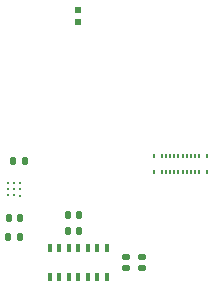
<source format=gbr>
%TF.GenerationSoftware,KiCad,Pcbnew,7.0.9*%
%TF.CreationDate,2024-01-09T17:45:50+00:00*%
%TF.ProjectId,watch_lower,77617463-685f-46c6-9f77-65722e6b6963,rev?*%
%TF.SameCoordinates,Original*%
%TF.FileFunction,Paste,Top*%
%TF.FilePolarity,Positive*%
%FSLAX46Y46*%
G04 Gerber Fmt 4.6, Leading zero omitted, Abs format (unit mm)*
G04 Created by KiCad (PCBNEW 7.0.9) date 2024-01-09 17:45:50*
%MOMM*%
%LPD*%
G01*
G04 APERTURE LIST*
G04 Aperture macros list*
%AMRoundRect*
0 Rectangle with rounded corners*
0 $1 Rounding radius*
0 $2 $3 $4 $5 $6 $7 $8 $9 X,Y pos of 4 corners*
0 Add a 4 corners polygon primitive as box body*
4,1,4,$2,$3,$4,$5,$6,$7,$8,$9,$2,$3,0*
0 Add four circle primitives for the rounded corners*
1,1,$1+$1,$2,$3*
1,1,$1+$1,$4,$5*
1,1,$1+$1,$6,$7*
1,1,$1+$1,$8,$9*
0 Add four rect primitives between the rounded corners*
20,1,$1+$1,$2,$3,$4,$5,0*
20,1,$1+$1,$4,$5,$6,$7,0*
20,1,$1+$1,$6,$7,$8,$9,0*
20,1,$1+$1,$8,$9,$2,$3,0*%
G04 Aperture macros list end*
%ADD10RoundRect,0.050000X-0.075000X-0.050000X0.075000X-0.050000X0.075000X0.050000X-0.075000X0.050000X0*%
%ADD11C,0.250000*%
%ADD12R,0.500000X0.600000*%
%ADD13RoundRect,0.140000X0.140000X0.170000X-0.140000X0.170000X-0.140000X-0.170000X0.140000X-0.170000X0*%
%ADD14RoundRect,0.140000X-0.170000X0.140000X-0.170000X-0.140000X0.170000X-0.140000X0.170000X0.140000X0*%
%ADD15RoundRect,0.135000X0.135000X0.185000X-0.135000X0.185000X-0.135000X-0.185000X0.135000X-0.185000X0*%
%ADD16R,0.200000X0.400000*%
%ADD17R,0.280000X0.400000*%
%ADD18R,0.350000X0.750000*%
G04 APERTURE END LIST*
D10*
%TO.C,U2*%
X100600000Y-69525000D03*
D11*
X100100000Y-69500000D03*
X99600000Y-69500000D03*
D10*
X100600000Y-68975000D03*
D11*
X100100000Y-69000000D03*
X99600000Y-69000000D03*
X100600000Y-68500000D03*
X100100000Y-68500000D03*
X99600000Y-68500000D03*
%TD*%
D12*
%TO.C,D1*%
X105500000Y-53850000D03*
X105500000Y-54850000D03*
%TD*%
D13*
%TO.C,C5*%
X100580000Y-71400000D03*
X99620000Y-71400000D03*
%TD*%
D14*
%TO.C,C2*%
X109550000Y-74720000D03*
X109550000Y-75680000D03*
%TD*%
D13*
%TO.C,C3*%
X105580000Y-71200000D03*
X104620000Y-71200000D03*
%TD*%
D15*
%TO.C,R1*%
X100610000Y-73000000D03*
X99590000Y-73000000D03*
%TD*%
D16*
%TO.C,J1*%
X112595000Y-66150000D03*
X112595000Y-67550000D03*
X112945000Y-66150000D03*
X112945000Y-67550000D03*
X113295000Y-66150000D03*
X113295000Y-67550000D03*
X113645000Y-66150000D03*
X113645000Y-67550000D03*
X113995000Y-66150000D03*
X113995000Y-67550000D03*
X114345000Y-66150000D03*
X114345000Y-67550000D03*
X114695000Y-66150000D03*
X114695000Y-67550000D03*
X115045000Y-66150000D03*
X115045000Y-67550000D03*
X115395000Y-66150000D03*
X115395000Y-67550000D03*
X115745000Y-66150000D03*
X115745000Y-67550000D03*
D17*
X111895000Y-66150000D03*
X111895000Y-67550000D03*
X116445000Y-67550000D03*
X116445000Y-66150000D03*
%TD*%
D13*
%TO.C,C6*%
X100980000Y-66600000D03*
X100020000Y-66600000D03*
%TD*%
D18*
%TO.C,U1*%
X103110000Y-76400000D03*
X103910000Y-76400000D03*
X104710000Y-76400000D03*
X105510000Y-76400000D03*
X106310000Y-76400000D03*
X107110000Y-76400000D03*
X107910000Y-76400000D03*
X107910000Y-74000000D03*
X107110000Y-74000000D03*
X106310000Y-74000000D03*
X105510000Y-74000000D03*
X104710000Y-74000000D03*
X103910000Y-74000000D03*
X103110000Y-74000000D03*
%TD*%
D14*
%TO.C,C1*%
X110900000Y-74720000D03*
X110900000Y-75680000D03*
%TD*%
D13*
%TO.C,C4*%
X105580000Y-72550000D03*
X104620000Y-72550000D03*
%TD*%
M02*

</source>
